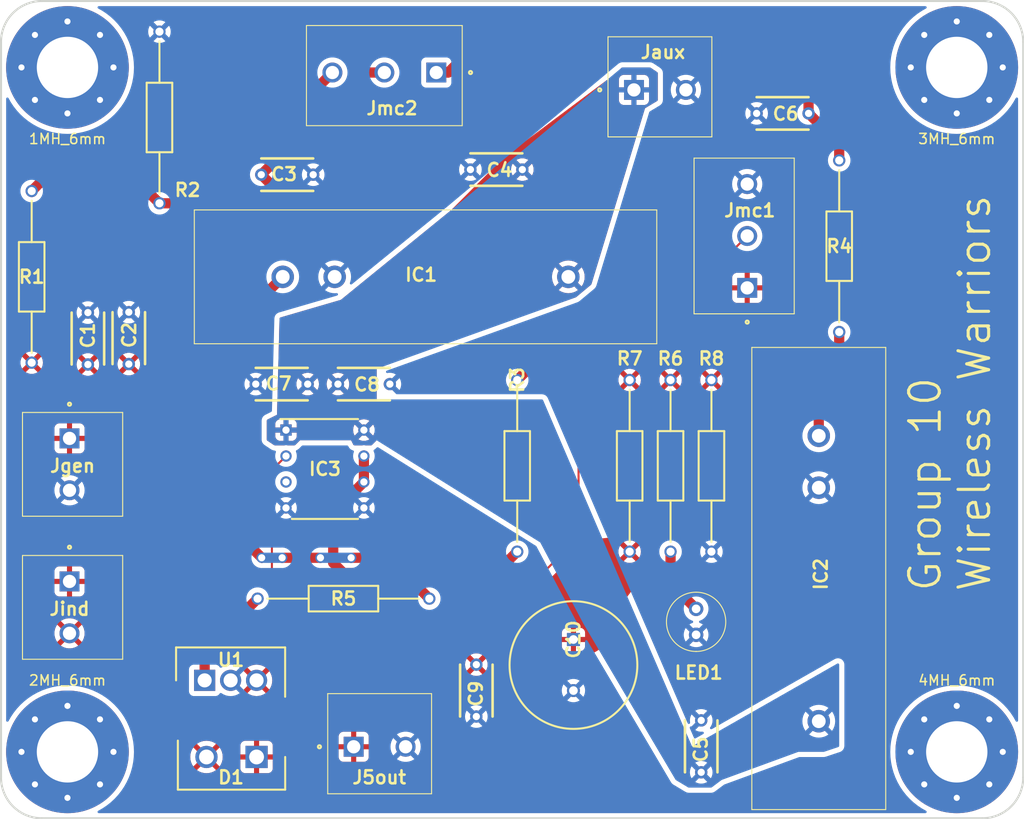
<source format=kicad_pcb>
(kicad_pcb (version 20240108) (generator "pcbnew") (generator_version "8.0")
  (title_block (title "DC to DC Buck Boost Converter") (date "2024-05-16") (company "CBL Team 10") (comment 1 "Created By: Daniel Tyukov") (comment 2 "Max Size 100x80 mm"))
  (layers (0 "F.Cu" signal) (31 "B.Cu" signal) (34 "B.Paste" user) (35 "F.Paste" user) (36 "B.SilkS" user "B.Silkscreen") (37 "F.SilkS" user "F.Silkscreen") (38 "B.Mask" user) (39 "F.Mask" user) (44 "Edge.Cuts" user))
  (net 0 "")
  (net 1 "Net-(C1-Pad2)")
  (net 2 "GND")
  (net 3 "Net-(IC1-POS)")
  (net 4 "Net-(C10-+)")
  (net 5 "Net-(D1-A)")
  (net 6 "Net-(IC1-M)")
  (net 7 "Net-(IC3-N_OUT)")
  (net 8 "Net-(IC3-IN)")
  (net 10 "Net-(LED1-A)")
  (net 11 "Net-(U1-GATE)")
  (net 12 "Net-(C3-Pad1)")
  (net 13 "Net-(C6-Pad1)")
  (net 14 "Net-(Jmc1-Pad1)")
  (net 15 "Net-(Jmc2-Pad3)")
  (net 16 "Net-(IC2-M)")
  (footprint "EL7104CNZ(voltage regulator):DIP762W51P254L952H533Q8N" (layer "F.Cu") (at 131.69 95.81)
    (property "Reference" "IC3" (at 0 0 0) (layer "F.SilkS") (effects (font (size 1.27 1.27) (thickness 0.254))))
    (property "Value" "EL7104CNZ" (hide yes))
    (fp_line (start -4.364 -4.89) (end 3.238 -4.89) (stroke (width 0.2)) (layer "F.SilkS"))
    (fp_line (start -3.238 4.89) (end 3.238 4.89) (stroke (width 0.2)) (layer "F.SilkS"))
    (pad "1" thru_hole rect (at -3.81 -3.81) (size 1.108 1.108) (drill 0.708) (layers "*.Cu" "*.Mask") (net 3 "Net-(IC1-POS)"))
    (pad "2" thru_hole circle (at -3.81 -1.27) (size 1.108 1.108) (drill 0.708) (layers "*.Cu" "*.Mask") (net 8 "Net-(IC3-IN)"))
    (pad "3" thru_hole circle (at -3.81 1.27) (size 1.108 1.108) (drill 0.708) (layers "*.Cu" "*.Mask"))
    (pad "4" thru_hole circle (at -3.81 3.81) (size 1.108 1.108) (drill 0.708) (layers "*.Cu" "*.Mask") (net 2 "GND"))
    (pad "5" thru_hole circle (at 3.81 3.81) (size 1.108 1.108) (drill 0.708) (layers "*.Cu" "*.Mask") (net 2 "GND"))
    (pad "6" thru_hole circle (at 3.81 1.27) (size 1.108 1.108) (drill 0.708) (layers "*.Cu" "*.Mask") (net 7 "Net-(IC3-N_OUT)"))
    (pad "7" thru_hole circle (at 3.81 -1.27) (size 1.108 1.108) (drill 0.708) (layers "*.Cu" "*.Mask") (net 7 "Net-(IC3-N_OUT)"))
    (pad "8" thru_hole circle (at 3.81 -3.81) (size 1.108 1.108) (drill 0.708) (layers "*.Cu" "*.Mask") (net 3 "Net-(IC1-POS)"))
  )
  (footprint "C322C104K5R5TA(decoup capacitor):C322" (layer "F.Cu") (at 128 67)
    (property "Reference" "C3" (at -0.3 -0.044 0) (layer "F.SilkS") (effects (font (size 1.27 1.27) (thickness 0.254))))
    (property "Value" "0.1uF" (hide yes))
    (fp_line (start -2.54 -1.59) (end 2.54 -1.59) (stroke (width 0.254)) (layer "F.SilkS"))
    (fp_line (start -2.54 1.59) (end 2.54 1.59) (stroke (width 0.254)) (layer "F.SilkS"))
    (pad "1" thru_hole circle (at -2.54 0) (size 1.21 1.21) (drill 0.71) (layers "*.Cu" "*.Mask") (net 12 "Net-(C3-Pad1)"))
    (pad "2" thru_hole circle (at 2.54 0) (size 1.21 1.21) (drill 0.71) (layers "*.Cu" "*.Mask") (net 2 "GND"))
  )
  (footprint "1715734(screw connector):1715734" (layer "F.Cu") (at 142.58 57 180)
    (property "Reference" "Jmc2" (at 4.33 -3.5 180) (layer "F.SilkS") (effects (font (size 1.27 1.27) (thickness 0.254))))
    (property "Value" "1715734" (hide yes))
    (fp_line (start 12.7 4.6) (end -2.54 4.6) (stroke (width 0.1)) (layer "F.SilkS"))
    (fp_line (start 12.7 -5.2) (end 12.7 4.6) (stroke (width 0.1)) (layer "F.SilkS"))
    (fp_line (start -2.54 4.6) (end -2.54 -5.2) (stroke (width 0.1)) (layer "F.SilkS"))
    (fp_line (start -2.54 -5.2) (end 12.7 -5.2) (stroke (width 0.1)) (layer "F.SilkS"))
    (fp_circle (center -3.35 0) (end -3.35 0.05) (stroke (width 0.2)) (fill none) (layer "F.SilkS"))
    (pad "1" thru_hole rect (at 0 0 180) (size 1.95 1.95) (drill 1.3) (layers "*.Cu" "*.Mask") (net 13 "Net-(C6-Pad1)"))
    (pad "2" thru_hole circle (at 5.08 0 180) (size 1.95 1.95) (drill 1.3) (layers "*.Cu" "*.Mask") (net 12 "Net-(C3-Pad1)"))
    (pad "3" thru_hole circle (at 10.16 0 180) (size 1.95 1.95) (drill 1.3) (layers "*.Cu" "*.Mask") (net 15 "Net-(Jmc2-Pad3)"))
  )
  (footprint "MF25_100R(resistor):RESAD1680W59L680D250" (layer "F.Cu") (at 182 65.6 -90)
    (property "Reference" "R4" (at 8.4 0 180) (layer "F.SilkS") (effects (font (size 1.27 1.27) (thickness 0.254))))
    (property "Value" "100" (hide yes))
    (fp_line (start 5 1.25) (end 5 -1.25) (stroke (width 0.2)) (layer "F.SilkS"))
    (fp_line (start 11.8 1.25) (end 5 1.25) (stroke (width 0.2)) (layer "F.SilkS"))
    (fp_line (start 0.95 0) (end 5 0) (stroke (width 0.2)) (layer "F.SilkS"))
    (fp_line (start 11.8 0) (end 15.85 0) (stroke (width 0.2)) (layer "F.SilkS"))
    (fp_line (start 5 -1.25) (end 11.8 -1.25) (stroke (width 0.2)) (layer "F.SilkS"))
    (fp_line (start 11.8 -1.25) (end 11.8 1.25) (stroke (width 0.2)) (layer "F.SilkS"))
    (pad "1" thru_hole circle (at 0 0 270) (size 1.2 1.2) (drill 0.8) (layers "*.Cu" "*.Mask") (net 13 "Net-(C6-Pad1)"))
    (pad "2" thru_hole circle (at 16.8 0 270) (size 1.2 1.2) (drill 0.8) (layers "*.Cu" "*.Mask") (net 16 "Net-(IC2-M)"))
  )
  (footprint "MF25_10R(resistor):RESAD1680W59L680D250" (layer "F.Cu") (at 141.9 108.5 180)
    (property "Reference" "R5" (at 8.4 0 180) (layer "F.SilkS") (effects (font (size 1.27 1.27) (thickness 0.254))))
    (property "Value" "10" (hide yes))
    (fp_line (start 11.8 1.25) (end 5 1.25) (stroke (width 0.2)) (layer "F.SilkS"))
    (fp_line (start 11.8 0) (end 15.85 0) (stroke (width 0.2)) (layer "F.SilkS"))
    (fp_line (start 11.8 -1.25) (end 11.8 1.25) (stroke (width 0.2)) (layer "F.SilkS"))
    (fp_line (start 5 1.25) (end 5 -1.25) (stroke (width 0.2)) (layer "F.SilkS"))
    (fp_line (start 5 -1.25) (end 11.8 -1.25) (stroke (width 0.2)) (layer "F.SilkS"))
    (fp_line (start 0.95 0) (end 5 0) (stroke (width 0.2)) (layer "F.SilkS"))
    (pad "1" thru_hole circle (at 0 0 180) (size 1.2 1.2) (drill 0.8) (layers "*.Cu" "*.Mask") (net 7 "Net-(IC3-N_OUT)"))
    (pad "2" thru_hole circle (at 16.8 0 180) (size 1.2 1.2) (drill 0.8) (layers "*.Cu" "*.Mask") (net 11 "Net-(U1-GATE)"))
  )
  (footprint "1715721(screw connector):1715721" (layer "F.Cu") (at 161.92 58.7)
    (property "Reference" "Jaux" (at 2.83 -3.7 0) (layer "F.SilkS") (effects (font (size 1.27 1.27) (thickness 0.254))))
    (property "Value" "Jaux" (hide yes))
    (fp_line (start -2.54 -5.2) (end 7.62 -5.2) (stroke (width 0.1)) (layer "F.SilkS"))
    (fp_line (start -2.54 4.6) (end -2.54 -5.2) (stroke (width 0.1)) (layer "F.SilkS"))
    (fp_line (start 7.62 -5.2) (end 7.62 4.6) (stroke (width 0.1)) (layer "F.SilkS"))
    (fp_line (start 7.62 4.6) (end -2.54 4.6) (stroke (width 0.1)) (layer "F.SilkS"))
    (fp_circle (center -3.35 0) (end -3.35 0.05) (stroke (width 0.2)) (fill none) (layer "F.SilkS"))
    (pad "1" thru_hole rect (at 0 0) (size 1.95 1.95) (drill 1.3) (layers "*.Cu" "*.Mask") (net 3 "Net-(IC1-POS)"))
    (pad "2" thru_hole circle (at 5.08 0) (size 1.95 1.95) (drill 1.3) (layers "*.Cu" "*.Mask") (net 2 "GND"))
  )
  (footprint "1715734(screw connector):1715734" (layer "F.Cu") (at 173 78.08 90)
    (property "Reference" "Jmc1" (at 7.58 0.25 0) (layer "F.SilkS") (effects (font (size 1.27 1.27) (thickness 0.254))))
    (property "Value" "1715734" (hide yes))
    (fp_line (start 12.7 -5.2) (end 12.7 4.6) (stroke (width 0.1)) (layer "F.SilkS"))
    (fp_line (start -2.54 -5.2) (end 12.7 -5.2) (stroke (width 0.1)) (layer "F.SilkS"))
    (fp_line (start 12.7 4.6) (end -2.54 4.6) (stroke (width 0.1)) (layer "F.SilkS"))
    (fp_line (start -2.54 4.6) (end -2.54 -5.2) (stroke (width 0.1)) (layer "F.SilkS"))
    (fp_circle (center -3.35 0) (end -3.35 0.05) (stroke (width 0.2)) (fill none) (layer "F.SilkS"))
    (pad "1" thru_hole rect (at 0 0 90) (size 1.95 1.95) (drill 1.3) (layers "*.Cu" "*.Mask") (net 14 "Net-(Jmc1-Pad1)"))
    (pad "2" thru_hole circle (at 5.08 0 90) (size 1.95 1.95) (drill 1.3) (layers "*.Cu" "*.Mask") (net 8 "Net-(IC3-IN)"))
    (pad "3" thru_hole circle (at 10.16 0 90) (size 1.95 1.95) (drill 1.3) (layers "*.Cu" "*.Mask") (net 2 "GND"))
  )
  (footprint "MF25_1K(resistor):RESAD1680W59L680D250" (layer "F.Cu") (at 169.5 103.9 90)
    (property "Reference" "R8" (at 18.9 0 0) (layer "F.SilkS") (effects (font (size 1.27 1.27) (thickness 0.254))))
    (property "Value" "1K" (hide yes))
    (fp_line (start 11.8 -1.25) (end 11.8 1.25) (stroke (width 0.2)) (layer "F.SilkS"))
    (fp_line (start 5 -1.25) (end 11.8 -1.25) (stroke (width 0.2)) (layer "F.SilkS"))
    (fp_line (start 11.8 0) (end 15.85 0) (stroke (width 0.2)) (layer "F.SilkS"))
    (fp_line (start 0.95 0) (end 5 0) (stroke (width 0.2)) (layer "F.SilkS"))
    (fp_line (start 11.8 1.25) (end 5 1.25) (stroke (width 0.2)) (layer "F.SilkS"))
    (fp_line (start 5 1.25) (end 5 -1.25) (stroke (width 0.2)) (layer "F.SilkS"))
    (pad "1" thru_hole circle (at 0 0 90) (size 1.2 1.2) (drill 0.8) (layers "*.Cu" "*.Mask") (net 2 "GND"))
    (pad "2" thru_hole circle (at 16.8 0 90) (size 1.2 1.2) (drill 0.8) (layers "*.Cu" "*.Mask") (net 14 "Net-(Jmc1-Pad1)"))
  )
  (footprint "MF25_100R(resistor):RESAD1680W59L680D250" (layer "F.Cu") (at 150.5 87.1 -90)
    (property "Reference" "R3" (at 0 0 90) (layer "F.SilkS") (effects (font (size 1.27 1.27) (thickness 0.254))))
    (property "Value" "100" (hide yes))
    (fp_line (start 5 1.25) (end 5 -1.25) (stroke (width 0.2)) (layer "F.SilkS"))
    (fp_line (start 11.8 1.25) (end 5 1.25) (stroke (width 0.2)) (layer "F.SilkS"))
    (fp_line (start 0.95 0) (end 5 0) (stroke (width 0.2)) (layer "F.SilkS"))
    (fp_line (start 11.8 0) (end 15.85 0) (stroke (width 0.2)) (layer "F.SilkS"))
    (fp_line (start 5 -1.25) (end 11.8 -1.25) (stroke (width 0.2)) (layer "F.SilkS"))
    (fp_line (start 11.8 -1.25) (end 11.8 1.25) (stroke (width 0.2)) (layer "F.SilkS"))
    (pad "1" thru_hole circle (at 0 0 270) (size 1.2 1.2) (drill 0.8) (layers "*.Cu" "*.Mask") (net 12 "Net-(C3-Pad1)"))
    (pad "2" thru_hole circle (at 16.8 0 270) (size 1.2 1.2) (drill 0.8) (layers "*.Cu" "*.Mask") (net 6 "Net-(IC1-M)"))
  )
  (footprint "MBR10100+(diode):TO490P480X1000X2110-2P" (layer "F.Cu") (at 125 124 180)
    (property "Reference" "D1" (at 2.5 -2 180) (layer "F.SilkS") (effects (font (size 1.27 1.27) (thickness 0.254))))
    (property "Value" "MBR10100+" (hide yes))
    (fp_line (start 7.7 1.6) (end 7.7 -3.2) (stroke (width 0.2)) (layer "F.SilkS"))
    (fp_line (start 7.7 -3.2) (end -2.8 -3.2) (stroke (width 0.2)) (layer "F.SilkS"))
    (fp_line (start -2.8 -3.2) (end -2.8 0) (stroke (width 0.2)) (layer "F.SilkS"))
    (pad "1" thru_hole rect (at 0 0 180) (size 2.175 2.175) (drill 1.45) (layers "*.Cu" "*.Mask") (net 4 "Net-(C10-+)"))
    (pad "2" thru_hole circle (at 4.9 0 180) (size 2.175 2.175) (drill 1.45) (layers "*.Cu" "*.Mask") (net 5 "Net-(D1-A)"))
  )
  (footprint "1715721(screw connector):1715721" (layer "F.Cu") (at 106.7 106.815 -90)
    (property "Reference" "Jind" (at 2.685 0 180) (layer "F.SilkS") (effects (font (size 1.27 1.27) (thickness 0.254))))
    (property "Value" "Jind" (hide yes))
    (fp_line (start -2.54 4.6) (end -2.54 -5.2) (stroke (width 0.1)) (layer "F.SilkS"))
    (fp_line (start 7.62 4.6) (end -2.54 4.6) (stroke (width 0.1)) (layer "F.SilkS"))
    (fp_line (start -2.54 -5.2) (end 7.62 -5.2) (stroke (width 0.1)) (layer "F.SilkS"))
    (fp_line (start 7.62 -5.2) (end 7.62 4.6) (stroke (width 0.1)) (layer "F.SilkS"))
    (fp_circle (center -3.35 0) (end -3.35 0.05) (stroke (width 0.2)) (fill none) (layer "F.SilkS"))
    (pad "1" thru_hole rect (at 0 0 270) (size 1.95 1.95) (drill 1.3) (layers "*.Cu" "*.Mask") (net 1 "Net-(C1-Pad2)"))
    (pad "2" thru_hole circle (at 5.08 0 270) (size 1.95 1.95) (drill 1.3) (layers "*.Cu" "*.Mask") (net 5 "Net-(D1-A)"))
  )
  (footprint "MF25_1K(resistor):RESAD1680W59L680D250" (layer "F.Cu") (at 115.5 53 -90)
    (property "Reference" "R2" (at 15.5 -2.75 180) (layer "F.SilkS") (effects (font (size 1.27 1.27) (thickness 0.254))))
    (property "Value" "1K" (hide yes))
    (fp_line (start 5 1.25) (end 5 -1.25) (stroke (width 0.2)) (layer "F.SilkS"))
    (fp_line (start 11.8 1.25) (end 5 1.25) (stroke (width 0.2)) (layer "F.SilkS"))
    (fp_line (start 0.95 0) (end 5 0) (stroke (width 0.2)) (layer "F.SilkS"))
    (fp_line (start 11.8 0) (end 15.85 0) (stroke (width 0.2)) (layer "F.SilkS"))
    (fp_line (start 5 -1.25) (end 11.8 -1.25) (stroke (width 0.2)) (layer "F.SilkS"))
    (fp_line (start 11.8 -1.25) (end 11.8 1.25) (stroke (width 0.2)) (layer "F.SilkS"))
    (pad "1" thru_hole circle (at 0 0 270) (size 1.2 1.2) (drill 0.8) (layers "*.Cu" "*.Mask") (net 2 "GND"))
    (pad "2" thru_hole circle (at 16.8 0 270) (size 1.2 1.2) (drill 0.8) (layers "*.Cu" "*.Mask") (net 15 "Net-(Jmc2-Pad3)"))
  )
  (footprint "C322C104K5R5TA(decoup capacitor):C322" (layer "F.Cu") (at 148.46 66.5 180)
    (property "Reference" "C4" (at -0.3 -0.044 180) (layer "F.SilkS") (effects (font (size 1.27 1.27) (thickness 0.254))))
    (property "Value" "0.1uF" (hide yes))
    (fp_line (start -2.54 1.59) (end 2.54 1.59) (stroke (width 0.254)) (layer "F.SilkS"))
    (fp_line (start -2.54 -1.59) (end 2.54 -1.59) (stroke (width 0.254)) (layer "F.SilkS"))
    (pad "1" thru_hole circle (at -2.54 0 180) (size 1.21 1.21) (drill 0.71) (layers "*.Cu" "*.Mask") (net 3 "Net-(IC1-POS)"))
    (pad "2" thru_hole circle (at 2.54 0 180) (size 1.21 1.21) (drill 0.71) (layers "*.Cu" "*.Mask") (net 2 "GND"))
  )
  (footprint "EEUFC1J221S(capacitor):CAPPRD500W65D1250H2200" (layer "F.Cu") (at 156 112.5 -90)
    (property "Reference" "C10" (at 0 0 90) (layer "F.SilkS") (effects (font (size 1.27 1.27) (thickness 0.254))))
    (property "Value" "220uF" (hide yes))
    (fp_circle (center 2.5 0) (end 2.5 6.25) (stroke (width 0.2)) (fill none) (layer "F.SilkS"))
    (pad "1" thru_hole rect (at 0 0 270) (size 1.275 1.275) (drill 0.85) (layers "*.Cu" "*.Mask") (net 4 "Net-(C10-+)"))
    (pad "2" thru_hole circle (at 5 0 270) (size 1.275 1.275) (drill 0.85) (layers "*.Cu" "*.Mask") (net 2 "GND"))
  )
  (footprint "C322C104K5R5TA(decoup capacitor):C322" (layer "F.Cu") (at 127.46 87.5)
    (property "Reference" "C7" (at -0.3 -0.044 0) (layer "F.SilkS") (effects (font (size 1.27 1.27) (thickness 0.254))))
    (property "Value" "0.1uF" (hide yes))
    (fp_line (start -2.54 -1.59) (end 2.54 -1.59) (stroke (width 0.254)) (layer "F.SilkS"))
    (fp_line (start -2.54 1.59) (end 2.54 1.59) (stroke (width 0.254)) (layer "F.SilkS"))
    (pad "1" thru_hole circle (at -2.54 0) (size 1.21 1.21) (drill 0.71) (layers "*.Cu" "*.Mask") (net 2 "GND"))
    (pad "2" thru_hole circle (at 2.54 0) (size 1.21 1.21) (drill 0.71) (layers "*.Cu" "*.Mask") (net 3 "Net-(IC1-POS)"))
  )
  (footprint "MF25_20K(resistor):RESAD1680W59L680D250" (layer "F.Cu") (at 103 68.6 -90)
    (property "Reference" "R1" (at 8.4 0 180) (layer "F.SilkS") (effects (font (size 1.27 1.27) (thickness 0.254))))
    (property "Value" "20K" (hide yes))
    (fp_line (start 5 1.25) (end 5 -1.25) (stroke (width 0.2)) (layer "F.SilkS"))
    (fp_line (start 11.8 1.25) (end 5 1.25) (stroke (width 0.2)) (layer "F.SilkS"))
    (fp_line (start 0.95 0) (end 5 0) (stroke (width 0.2)) (layer "F.SilkS"))
    (fp_line (start 11.8 0) (end 15.85 0) (stroke (width 0.2)) (layer "F.SilkS"))
    (fp_line (start 5 -1.25) (end 11.8 -1.25) (stroke (width 0.2)) (layer "F.SilkS"))
    (fp_line (start 11.8 -1.25) (end 11.8 1.25) (stroke (width 0.2)) (layer "F.SilkS"))
    (pad "1" thru_hole circle (at 0 0 270) (size 1.2 1.2) (drill 0.8) (layers "*.Cu" "*.Mask") (net 15 "Net-(Jmc2-Pad3)"))
    (pad "2" thru_hole circle (at 16.8 0 270) (size 1.2 1.2) (drill 0.8) (layers "*.Cu" "*.Mask") (net 1 "Net-(C1-Pad2)"))
  )
  (footprint "IRF640NPBF(mosfet):TO254P483X1016X1994-3P" (layer "F.Cu") (at 119.92 116.5)
    (property "Reference" "U1" (at 2.58 -2 0) (layer "F.SilkS") (effects (font (size 1.27 1.27) (thickness 0.254))))
    (property "Value" "IRF640NPBF" (hide yes))
    (fp_line (start -2.795 -3.225) (end -2.795 0) (stroke (width 0.2)) (layer "F.SilkS"))
    (fp_line (start 7.875 -3.225) (end -2.795 -3.225) (stroke (width 0.2)) (layer "F.SilkS"))
    (fp_line (start 7.875 1.605) (end 7.875 -3.225) (stroke (width 0.2)) (layer "F.SilkS"))
    (pad "1" thru_hole rect (at 0 0) (size 2.07 2.07) (drill 1.38) (layers "*.Cu" "*.Mask") (net 11 "Net-(U1-GATE)"))
    (pad "2" thru_hole circle (at 2.54 0) (size 2.07 2.07) (drill 1.38) (layers "*.Cu" "*.Mask") (net 2 "GND"))
    (pad "3" thru_hole circle (at 5.08 0) (size 2.07 2.07) (drill 1.38) (layers "*.Cu" "*.Mask") (net 5 "Net-(D1-A)"))
  )
  (footprint "MF25_10R(resistor):RESAD1680W59L680D250" (layer "F.Cu") (at 165.5 87.1 -90)
    (property "Reference" "R6" (at -2.1 0 180) (layer "F.SilkS") (effects (font (size 1.27 1.27) (thickness 0.254))))
    (property "Value" "10" (hide yes))
    (fp_line (start 5 1.25) (end 5 -1.25) (stroke (width 0.2)) (layer "F.SilkS"))
    (fp_line (start 11.8 1.25) (end 5 1.25) (stroke (width 0.2)) (layer "F.SilkS"))
    (fp_line (start 0.95 0) (end 5 0) (stroke (width 0.2)) (layer "F.SilkS"))
    (fp_line (start 11.8 0) (end 15.85 0) (stroke (width 0.2)) (layer "F.SilkS"))
    (fp_line (start 5 -1.25) (end 11.8 -1.25) (stroke (width 0.2)) (layer "F.SilkS"))
    (fp_line (start 11.8 -1.25) (end 11.8 1.25) (stroke (width 0.2)) (layer "F.SilkS"))
    (pad "1" thru_hole circle (at 0 0 270) (size 1.2 1.2) (drill 0.8) (layers "*.Cu" "*.Mask") (net 14 "Net-(Jmc1-Pad1)"))
    (pad "2" thru_hole circle (at 16.8 0 270) (size 1.2 1.2) (drill 0.8) (layers "*.Cu" "*.Mask") (net 10 "Net-(LED1-A)"))
  )
  (footprint "C322C104K5R5TA(decoup capacitor):C322" (layer "F.Cu") (at 135.5 87.5 180)
    (property "Reference" "C8" (at -0.3 -0.044 180) (layer "F.SilkS") (effects (font (size 1.27 1.27) (thickness 0.254))))
    (property "Value" "0.1uF" (hide yes))
    (fp_line (start -2.54 1.59) (end 2.54 1.59) (stroke (width 0.254)) (layer "F.SilkS"))
    (fp_line (start -2.54 -1.59) (end 2.54 -1.59) (stroke (width 0.254)) (layer "F.SilkS"))
    (pad "1" thru_hole circle (at -2.54 0 180) (size 1.21 1.21) (drill 0.71) (layers "*.Cu" "*.Mask") (net 2 "GND"))
    (pad "2" thru_hole circle (at 2.54 0 180) (size 1.21 1.21) (drill 0.71) (layers "*.Cu" "*.Mask") (net 3 "Net-(IC1-POS)"))
  )
  (footprint "C322C104K5R5TA(decoup capacitor):C322" (layer "F.Cu") (at 112.5 83 -90)
    (property "Reference" "C2" (at -0.3 -0.044 90) (layer "F.SilkS") (effects (font (size 1.27 1.27) (thickness 0.254))))
    (property "Value" "0.1uF" (hide yes))
    (fp_line (start -2.54 1.59) (end 2.54 1.59) (stroke (width 0.254)) (layer "F.SilkS"))
    (fp_line (start -2.54 -1.59) (end 2.54 -1.59) (stroke (width 0.254)) (layer "F.SilkS"))
    (pad "1" thru_hole circle (at -2.54 0 270) (size 1.21 1.21) (drill 0.71) (layers "*.Cu" "*.Mask") (net 2 "GND"))
    (pad "2" thru_hole circle (at 2.54 0 270) (size 1.21 1.21) (drill 0.71) (layers "*.Cu" "*.Mask") (net 1 "Net-(C1-Pad2)"))
  )
  (footprint "C322C104K5R5TA(decoup capacitor):C322" (layer "F.Cu") (at 108.5 83.04 -90)
    (property "Reference" "C1" (at -0.3 0 90) (layer "F.SilkS") (effects (font (size 1.27 1.27) (thickness 0.254))))
    (property "Value" "0.1uF" (hide yes))
    (fp_line (start -2.54 1.59) (end 2.54 1.59) (stroke (width 0.254)) (layer "F.SilkS"))
    (fp_line (start -2.54 -1.59) (end 2.54 -1.59) (stroke (width 0.254)) (layer "F.SilkS"))
    (pad "1" thru_hole circle (at -2.54 0 270) (size 1.21 1.21) (drill 0.71) (layers "*.Cu" "*.Mask") (net 2 "GND"))
    (pad "2" thru_hole circle (at 2.54 0 270) (size 1.21 1.21) (drill 0.71) (layers "*.Cu" "*.Mask") (net 1 "Net-(C1-Pad2)"))
  )
  (footprint "1715721(screw connector):1715721" (layer "F.Cu") (at 134.5 123)
    (property "Reference" "J5out" (at 2.5 3 0) (layer "F.SilkS") (effects (font (size 1.27 1.27) (thickness 0.254))))
    (property "Value" "Jout +50V" (hide yes))
    (fp_line (start -2.54 -5.2) (end 7.62 -5.2) (stroke (width 0.1)) (layer "F.SilkS"))
    (fp_line (start -2.54 4.6) (end -2.54 -5.2) (stroke (width 0.1)) (layer "F.SilkS"))
    (fp_line (start 7.62 -5.2) (end 7.62 4.6) (stroke (width 0.1)) (layer "F.SilkS"))
    (fp_line (start 7.62 4.6) (end -2.54 4.6) (stroke (width 0.1)) (layer "F.SilkS"))
    (fp_circle (center -3.35 0) (end -3.35 0.05) (stroke (width 0.2)) (fill none) (layer "F.SilkS"))
    (pad "1" thru_hole rect (at 0 0) (size 1.95 1.95) (drill 1.3) (layers "*.Cu" "*.Mask") (net 4 "Net-(C10-+)"))
    (pad "2" thru_hole circle (at 5.08 0) (size 1.95 1.95) (drill 1.3) (layers "*.Cu" "*.Mask") (net 2 "GND"))
  )
  (footprint "C322C104K5R5TA(decoup capacitor):C322" (layer "F.Cu") (at 176.46 61 180)
    (property "Reference" "C6" (at -0.3 -0.044 180) (layer "F.SilkS") (effects (font (size 1.27 1.27) (thickness 0.254))))
    (property "Value" "0.1uF" (hide yes))
    (fp_line (start -2.54 1.59) (end 2.54 1.59) (stroke (width 0.254)) (layer "F.SilkS"))
    (fp_line (start -2.54 -1.59) (end 2.54 -1.59) (stroke (width 0.254)) (layer "F.SilkS"))
    (pad "1" thru_hole circle (at -2.54 0 180) (size 1.21 1.21) (drill 0.71) (layers "*.Cu" "*.Mask") (net 13 "Net-(C6-Pad1)"))
    (pad "2" thru_hole circle (at 2.54 0 180) (size 1.21 1.21) (drill 0.71) (layers "*.Cu" "*.Mask") (net 2 "GND"))
  )
  (footprint "LA_55-P(current detector):LA55-P" (layer "F.Cu") (at 180 120.5 -90)
    (property "Reference" "IC2" (at -14.4 -0.2 90) (layer "F.SilkS") (effects (font (size 1.27 1.27) (thickness 0.254))))
    (property "Value" "LA_55-P" (hide yes))
    (fp_line (start -36.59 6.55) (end -36.59 -6.55) (stroke (width 0.1)) (layer "F.SilkS"))
    (fp_line (start 8.65 6.55) (end -36.59 6.55) (stroke (width 0.1)) (layer "F.SilkS"))
    (fp_line (start -36.59 -6.55) (end 8.65 -6.55) (stroke (width 0.1)) (layer "F.SilkS"))
    (fp_line (start 8.65 -6.55) (end 8.65 6.55) (stroke (width 0.1)) (layer "F.SilkS"))
    (pad "1" thru_hole circle (at -27.94 0 270) (size 2.2 2.2) (drill 1.35) (layers "*.Cu" "*.Mask") (net 16 "Net-(IC2-M)"))
    (pad "2" thru_hole circle (at -22.86 0 270) (size 2.2 2.2) (drill 1.35) (layers "*.Cu" "*.Mask") (net 2 "GND"))
    (pad "3" thru_hole circle (at 0 0 270) (size 2.2 2.2) (drill 1.35) (layers "*.Cu" "*.Mask") (net 3 "Net-(IC1-POS)"))
  )
  (footprint "MountingHole:MountingHole_6mm_Pad_Via" (layer "F.Cu") (at 193.5 56.500019)
    (property "Reference" "3MH_6mm" (at 0 6.999981 0) (layer "F.SilkS"))
    (property "Value" "MH_6mm")
    (pad "1" thru_hole circle (at -4.5 0) (size 0.9 0.9) (drill 0.6) (layers "*.Cu" "*.Mask"))
    (pad "1" thru_hole circle (at -3.181981 -3.181981) (size 0.9 0.9) (drill 0.6) (layers "*.Cu" "*.Mask"))
    (pad "1" thru_hole circle (at -3.181981 3.181981) (size 0.9 0.9) (drill 0.6) (layers "*.Cu" "*.Mask"))
    (pad "1" thru_hole circle (at 0 -4.5) (size 0.9 0.9) (drill 0.6) (layers "*.Cu" "*.Mask"))
    (pad "1" thru_hole circle (at 0 0) (size 12 12) (drill 6) (layers "*.Cu" "*.Mask"))
    (pad "1" thru_hole circle (at 0 4.5) (size 0.9 0.9) (drill 0.6) (layers "*.Cu" "*.Mask"))
    (pad "1" thru_hole circle (at 3.181981 -3.181981) (size 0.9 0.9) (drill 0.6) (layers "*.Cu" "*.Mask"))
    (pad "1" thru_hole circle (at 3.181981 3.181981) (size 0.9 0.9) (drill 0.6) (layers "*.Cu" "*.Mask"))
    (pad "1" thru_hole circle (at 4.5 0) (size 0.9 0.9) (drill 0.6) (layers "*.Cu" "*.Mask"))
  )
  (footprint "LA_55-P(current detector):LA55-P" (layer "F.Cu") (at 155.5 77)
    (property "Reference" "IC1" (at -14.4 -0.2 0) (layer "F.SilkS") (effects (font (size 1.27 1.27) (thickness 0.254))))
    (property "Value" "LA_55-P" (hide yes))
    (fp_line (start -36.59 -6.55) (end 8.65 -6.55) (stroke (width 0.1)) (layer "F.SilkS"))
    (fp_line (start -36.59 6.55) (end -36.59 -6.55) (stroke (width 0.1)) (layer "F.SilkS"))
    (fp_line (start 8.65 -6.55) (end 8.65 6.55) (stroke (width 0.1)) (layer "F.SilkS"))
    (fp_line (start 8.65 6.55) (end -36.59 6.55) (stroke (width 0.1)) (layer "F.SilkS"))
    (pad "1" thru_hole circle (at -27.94 0) (size 2.2 2.2) (drill 1.35) (layers "*.Cu" "*.Mask") (net 6 "Net-(IC1-M)"))
    (pad "2" thru_hole circle (at -22.86 0) (size 2.2 2.2) (drill 1.35) (layers "*.Cu" "*.Mask") (net 2 "GND"))
    (pad "3" thru_hole circle (at 0 0) (size 2.2 2.2) (drill 1.35) (layers "*.Cu" "*.Mask") (net 3 "Net-(IC1-POS)"))
  )
  (footprint "MountingHole:MountingHole_6mm_Pad_Via" (layer "F.Cu") (at 106.5 56.500019)
    (property "Reference" "1MH_6mm" (at 0 6.999981 0) (layer "F.SilkS"))
    (property "Value" "MH_6mm")
    (pad "1" thru_hole circle (at -4.5 0) (size 0.9 0.9) (drill 0.6) (layers "*.Cu" "*.Mask"))
    (pad "1" thru_hole circle (at -3.181981 -3.181981) (size 0.9 0.9) (drill 0.6) (layers "*.Cu" "*.Mask"))
    (pad "1" thru_hole circle (at -3.181981 3.181981) (size 0.9 0.9) (drill 0.6) (layers "*.Cu" "*.Mask"))
    (pad "1" thru_hole circle (at 0 -4.5) (size 0.9 0.9) (drill 0.6) (layers "*.Cu" "*.Mask"))
    (pad "1" thru_hole circle (at 0 0) (size 12 12) (drill 6) (layers "*.Cu" "*.Mask"))
    (pad "1" thru_hole circle (at 0 4.5) (size 0.9 0.9) (drill 0.6) (layers "*.Cu" "*.Mask"))
    (pad "1" thru_hole circle (at 3.181981 -3.181981) (size 0.9 0.9) (drill 0.6) (layers "*.Cu" "*.Mask"))
    (pad "1" thru_hole circle (at 3.181981 3.181981) (size 0.9 0.9) (drill 0.6) (layers "*.Cu" "*.Mask"))
    (pad "1" thru_hole circle (at 4.5 0) (size 0.9 0.9) (drill 0.6) (layers "*.Cu" "*.Mask"))
  )
  (footprint "MountingHole:MountingHole_6mm_Pad_Via" (layer "F.Cu") (at 193.5 123.500019)
    (property "Reference" "4MH_6mm" (at 0 -7 0) (layer "F.SilkS"))
    (property "Value" "MH_6mm")
    (pad "1" thru_hole circle (at -4.5 0) (size 0.9 0.9) (drill 0.6) (layers "*.Cu" "*.Mask"))
    (pad "1" thru_hole circle (at -3.181981 -3.181981) (size 0.9 0.9) (drill 0.6) (layers "*.Cu" "*.Mask"))
    (pad "1" thru_hole circle (at -3.181981 3.181981) (size 0.9 0.9) (drill 0.6) (layers "*.Cu" "*.Mask"))
    (pad "1" thru_hole circle (at 0 -4.5) (size 0.9 0.9) (drill 0.6) (layers "*.Cu" "*.Mask"))
    (pad "1" thru_hole circle (at 0 0) (size 12 12) (drill 6) (layers "*.Cu" "*.Mask"))
    (pad "1" thru_hole circle (at 0 4.5) (size 0.9 0.9) (drill 0.6) (layers "*.Cu" "*.Mask"))
    (pad "1" thru_hole circle (at 3.181981 -3.181981) (size 0.9 0.9) (drill 0.6) (layers "*.Cu" "*.Mask"))
    (pad "1" thru_hole circle (at 3.181981 3.181981) (size 0.9 0.9) (drill 0.6) (layers "*.Cu" "*.Mask"))
    (pad "1" thru_hole circle (at 4.5 0) (size 0.9 0.9) (drill 0.6) (layers "*.Cu" "*.Mask"))
  )
  (footprint "MF25_20K(resistor):RESAD1680W59L680D250" (layer "F.Cu") (at 161.5 87.1 -90)
    (property "Reference" "R7" (at -2.1 0 180) (layer "F.SilkS") (effects (font (size 1.27 1.27) (thickness 0.254))))
    (property "Value" "20K" (hide yes))
    (fp_line (start 5 1.25) (end 5 -1.25) (stroke (width 0.2)) (layer "F.SilkS"))
    (fp_line (start 11.8 1.25) (end 5 1.25) (stroke (width 0.2)) (layer "F.SilkS"))
    (fp_line (start 0.95 0) (end 5 0) (stroke (width 0.2)) (layer "F.SilkS"))
    (fp_line (start 11.8 0) (end 15.85 0) (stroke (width 0.2)) (layer "F.SilkS"))
    (fp_line (start 5 -1.25) (end 11.8 -1.25) (stroke (width 0.2)) (layer "F.SilkS"))
    (fp_line (start 11.8 -1.25) (end 11.8 1.25) (stroke (width 0.2)) (layer "F.SilkS"))
    (pad "1" thru_hole circle (at 0 0 270) (size 1.2 1.2) (drill 0.8) (layers "*.Cu" "*.Mask") (net 14 "Net-(Jmc1-Pad1)"))
    (pad "2" thru_hole circle (at 16.8 0 270) (size 1.2 1.2) (drill 0.8) (layers "*.Cu" "*.Mask") (net 4 "Net-(C10-+)"))
  )
  (footprint "TLUR5400(led):TLUR5400" (layer "F.Cu") (at 168 109.5 -90)
    (property "Reference" "LED1" (at 6.25 -0.25 180) (layer "F.SilkS") (effects (font (size 1.27 1.27) (thickness 0.254))))
    (property "Value" "TLUR5400" (hide yes))
    (fp_line (start -1.63 0) (end -1.63 0) (stroke (width 0.1)) (layer "F.SilkS"))
    (fp_line (start 4.17 0) (end 4.17 0) (stroke (width 0.1)) (layer "F.SilkS"))
    (fp_arc (start -1.63 0) (mid 1.27 -2.9) (end 4.17 0) (stroke (width 0.1)) (layer "F.SilkS"))
    (fp_arc (start 4.17 0) (mid 1.27 2.9) (end -1.63 0) (stroke (width 0.1)) (layer "F.SilkS"))
    (pad "1" thru_hole circle (at 0 0 270) (size 1.416 1.416) (drill 0.85) (layers "*.Cu" "*.Mask") (net 10 "Net-(LED1-A)"))
    (pad "2" thru_hole circle (at 2.54 0 270) (size 1.416 1.416) (drill 0.85) (layers "*.Cu" "*.Mask") (net 2 "GND"))
  )
  (footprint "1715721(screw connector):1715721" (layer "F.Cu") (at 106.7 92.815 -90)
    (property "Reference" "Jgen" (at 2.685 -0.3 180) (layer "F.SilkS") (effects (font (size 1.27 1.27) (thickness 0.254))))
    (property "Value" "Jgen" (hide yes))
    (fp_line (start -2.54 4.6) (end -2.54 -5.2) (stroke (width 0.1)) (layer "F.SilkS"))
    (fp_line (start 7.62 4.6) (end -2.54 4.6) (stroke (width 0.1)) (layer "F.SilkS"))
    (fp_line (start -2.54 -5.2) (end 7.62 -5.2) (stroke (width 0.1)) (layer "F.SilkS"))
    (fp_line (start 7.62 -5.2) (end 7.62 4.6) (stroke (width 0.1)) (layer "F.SilkS"))
    (fp_circle (center -3.35 0) (end -3.35 0.05) (stroke (width 0.2)) (fill none) (layer "F.SilkS"))
    (pad "1" thru_hole rect (at 0 0 270) (size 1.95 1.95) (drill 1.3) (layers "*.Cu" "*.Mask") (net 1 "Net-(C1-Pad2)"))
    (pad "2" thru_hole circle (at 5.08 0 270) (size 1.95 1.95) (drill 1.3) (layers "*.Cu" "*.Mask") (net 2 "GND"))
  )
  (footprint "C322C104K5R5TA(decoup capacitor):C322" (layer "F.Cu") (at 168.5 122.96 90)
    (property "Reference" "C5" (at -0.3 -0.044 -90) (layer "F.SilkS") (effects (font (size 1.27 1.27) (thickness 0.254))))
    (property "Value" "0.1uF" (hide yes))
    (fp_line (start -2.54 -1.59) (end 2.54 -1.59) (stroke (width 0.254)) (layer "F.SilkS"))
    (fp_line (start -2.54 1.59) (end 2.54 1.59) (stroke (width 0.254)) (layer "F.SilkS"))
    (pad "1" thru_hole circle (at -2.54 0 90) (size 1.21 1.21) (drill 0.71) (layers "*.Cu" "*.Mask") (net 3 "Net-(IC1-POS)"))
    (pad "2" thru_hole circle (at 2.54 0 90) (size 1.21 1.21) (drill 0.71) (layers "*.Cu" "*.Mask") (net 2 "GND"))
  )
  (footprint "C322C104K5R5TA(decoup capacitor):C322" (layer "F.Cu") (at 146.5 117.5 90)
    (property "Reference" "C9" (at -0.3 -0.044 -90) (layer "F.SilkS") (effects (font (size 1.27 1.27) (thickness 0.254))))
    (property "Value" "0.1uF" (hide yes))
    (fp_line (start -2.54 -1.59) (end 2.54 -1.59) (stroke (width 0.254)) (layer "F.SilkS"))
    (fp_line (start -2.54 1.59) (end 2.54 1.59) (stroke (width 0.254)) (layer "F.SilkS"))
    (pad "1" thru_hole circle (at -2.54 0 90) (size 1.21 1.21) (drill 0.71) (layers "*.Cu" "*.Mask") (net 2 "GND"))
    (pad "2" thru_hole circle (at 2.54 0 90) (size 1.21 1.21) (drill 0.71) (layers "*.Cu" "*.Mask") (net 4 "Net-(C10-+)"))
  )
  (footprint "MountingHole:MountingHole_6mm_Pad_Via" (layer "F.Cu") (at 106.5 123.500019)
    (property "Reference" "2MH_6mm" (at 0 -7 0) (layer "F.SilkS"))
    (property "Value" "MH_6mm")
    (pad "1" thru_hole circle (at -4.5 0) (size 0.9 0.9) (drill 0.6) (layers "*.Cu" "*.Mask"))
    (pad "1" thru_hole circle (at -3.181981 -3.181981) (size 0.9 0.9) (drill 0.6) (layers "*.Cu" "*.Mask"))
    (pad "1" thru_hole circle (at -3.181981 3.181981) (size 0.9 0.9) (drill 0.6) (layers "*.Cu" "*.Mask"))
    (pad "1" thru_hole circle (at 0 -4.5) (size 0.9 0.9) (drill 0.6) (layers "*.Cu" "*.Mask"))
    (pad "1" thru_hole circle (at 0 0) (size 12 12) (drill 6) (layers "*.Cu" "*.Mask"))
    (pad "1" thru_hole circle (at 0 4.5) (size 0.9 0.9) (drill 0.6) (layers "*.Cu" "*.Mask"))
    (pad "1" thru_hole circle (at 3.181981 -3.181981) (size 0.9 0.9) (drill 0.6) (layers "*.Cu" "*.Mask"))
    (pad "1" thru_hole circle (at 3.181981 3.181981) (size 0.9 0.9) (drill 0.6) (layers "*.Cu" "*.Mask"))
    (pad "1" thru_hole circle (at 4.5 0) (size 0.9 0.9) (drill 0.6) (layers "*.Cu" "*.Mask"))
  )
  (gr_line (start 104 50.000019) (end 196 50.000019) (stroke (width 0.2)) (layer "Edge.Cuts"))
  (gr_line (start 100 126.000019) (end 100 54.000019) (stroke (width 0.2)) (layer "Edge.Cuts"))
  (gr_line (start 196 130.000019) (end 104 130.000019) (stroke (width 0.2)) (layer "Edge.Cuts"))
  (gr_arc (start 104 130.000019) (mid 101.171578 128.828441) (end 100 126.000019) (stroke (width 0.2)) (layer "Edge.Cuts"))
  (gr_line (start 200 54.000019) (end 200 126.000019) (stroke (width 0.2)) (layer "Edge.Cuts"))
  (gr_arc (start 200 126.000019) (mid 198.828419 128.828427) (end 196 130.000019) (stroke (width 0.2)) (layer "Edge.Cuts"))
  (gr_arc (start 100 54.000019) (mid 101.171565 51.171573) (end 104 50.000019) (stroke (width 0.2)) (layer "Edge.Cuts"))
  (gr_arc (start 196 50.000019) (mid 198.828433 51.171586) (end 200 54.000019) (stroke (width 0.2)) (layer "Edge.Cuts"))
  (gr_text "Group 10\nWireless Warriors" (at 197 108 90) (layer "F.SilkS") (effects (font (size 3 3) (thickness 0.3) (bold yes)) (justify left bottom)))
  (segment (start 141.25 104.5) (end 134.25 104.5) (width 1) (layer "F.Cu") (net 6))
  (segment (start 122.25 82.31) (end 127.56 77) (width 1) (layer "F.Cu") (net 6))
  (segment (start 150.5 103.9) (end 147.65 106.75) (width 1) (layer "F.Cu") (net 6))
  (segment (start 122.25 101.25) (end 122.25 82.31) (width 1) (layer "F.Cu") (net 6))
  (segment (start 142.75 106) (end 141.25 104.5) (width 1) (layer "F.Cu") (net 6))
  (segment (start 131.25 104.5) (end 127.5 104.5) (width 1) (layer "F.Cu") (net 6))
  (segment (start 125.5 104.5) (end 122.25 101.25) (width 1) (layer "F.Cu") (net 6))
  (segment (start 143.5 106.75) (end 142.75 106) (width 1) (layer "F.Cu") (net 6))
  (segment (start 147.65 106.75) (end 143.5 106.75) (width 1) (layer "F.Cu") (net 6))
  (via (at 127.5 104.5) (size 1) (drill 0.7) (layers "F.Cu" "B.Cu") (net 6))
  (via (at 134.25 104.5) (size 1) (drill 0.7) (layers "F.Cu" "B.Cu") (net 6))
  (via (at 125.5 104.5) (size 1) (drill 0.7) (layers "F.Cu" "B.Cu") (net 6))
  (via (at 131.25 104.5) (size 1) (drill 0.7) (layers "F.Cu" "B.Cu") (net 6))
  (segment (start 134.25 104.5) (end 131.25 104.5) (width 1) (layer "B.Cu") (net 6))
  (segment (start 127.5 104.5) (end 125.5 104.5) (width 1) (layer "B.Cu") (net 6))
  (segment (start 132.5 100.08) (end 135.5 97.08) (width 1) (layer "F.Cu") (net 7))
  (segment (start 135.5 97.08) (end 135.5 94.54) (width 1) (layer "F.Cu") (net 7))
  (segment (start 133.5 106) (end 132.5 105) (width 1) (layer "F.Cu") (net 7))
  (segment (start 139.4 106) (end 133.5 106) (width 1) (layer "F.Cu") (net 7))
  (segment (start 141.9 108.5) (end 139.4 106) (width 1) (layer "F.Cu") (net 7))
  (segment (start 132.5 105) (end 132.5 100.08) (width 1) (layer "F.Cu") (net 7))
  (segment (start 156.5 102.5) (end 156.5 84) (width 0.2) (layer "F.Cu") (net 8))
  (segment (start 165 75.5) (end 170.5 75.5) (width 0.2) (layer "F.Cu") (net 8))
  (segment (start 170.5 75.5) (end 173 73) (width 0.2) (layer "F.Cu") (net 8))
  (segment (start 127.88 94.54) (end 126.5 95.92) (width 0.2) (layer "F.Cu") (net 8))
  (segment (start 147.5 111.5) (end 156.5 102.5) (width 0.2) (layer "F.Cu") (net 8))
  (segment (start 156.5 84) (end 165 75.5) (width 0.2) (layer "F.Cu") (net 8))
  (segment (start 126.5 107.5) (end 130.5 111.5) (width 0.2) (layer "F.Cu") (net 8))
  (segment (start 130.5 111.5) (end 147.5 111.5) (width 0.2) (layer "F.Cu") (net 8))
  (segment (start 126.5 95.92) (end 126.5 107.5) (width 0.2) (layer "F.Cu") (net 8))
  (segment (start 165.5 107) (end 168 109.5) (width 1) (layer "F.Cu") (net 10))
  (segment (start 165.5 103.9) (end 165.5 107) (width 1) (layer "F.Cu") (net 10))
  (segment (start 119.92 113.68) (end 125.1 108.5) (width 1) (layer "F.Cu") (net 11))
  (segment (start 119.92 116.5) (end 119.92 113.68) (width 1) (layer "F.Cu") (net 11))
  (segment (start 170.25 65) (end 171.5 63.75) (width 1) (layer "F.Cu") (net 12))
  (segment (start 150.5 87.1) (end 163.35 74.25) (width 1) (layer "F.Cu") (net 12))
  (segment (start 163.35 74.25) (end 170.25 74.25) (width 1) (layer "F.Cu") (net 12))
  (segment (start 143 64) (end 133.5 73.5) (width 1) (layer "F.Cu") (net 12))
  (segment (start 131.96 73.5) (end 125.46 67) (width 1) (layer "F.Cu") (net 12))
  (segment (start 171.5 63.75) (end 171.5 53.5) (width 1) (layer "F.Cu") (net 12))
  (segment (start 157.640136 53.5) (end 147.140136 64) (width 1) (layer "F.Cu") (net 12))
  (segment (start 135.46 57) (end 137.5 57) (width 1) (layer "F.Cu") (net 12))
  (segment (start 170.25 74.25) (end 170.25 65) (width 1) (layer "F.Cu") (net 12))
  (segment (start 147.140136 64) (end 143 64) (width 1) (layer "F.Cu") (net 12))
  (segment (start 171.5 53.5) (end 157.640136 53.5) (width 1) (layer "F.Cu") (net 12))
  (segment (start 125.46 67) (end 135.46 57) (width 1) (layer "F.Cu") (net 12))
  (segment (start 133.5 73.5) (end 131.96 73.5) (width 1) (layer "F.Cu") (net 12))
  (segment (start 149.25 51.5) (end 143.75 57) (width 1) (layer "F.Cu") (net 13))
  (segment (start 182 65.6) (end 182 64) (width 1) (layer "F.Cu") (net 13))
  (segment (start 173.5 51.5) (end 149.25 51.5) (width 1) (layer "F.Cu") (net 13))
  (segment (start 182 64) (end 179 61) (width 1) (layer "F.Cu") (net 13))
  (segment (start 179 57) (end 173.5 51.5) (width 1) (layer "F.Cu") (net 13))
  (segment (start 143.75 57) (end 142.58 57) (width 1) (layer "F.Cu") (net 13))
  (segment (start 179 61) (end 179 57) (width 1) (layer "F.Cu") (net 13))
  (segment (start 112.7 67) (end 115.5 69.8) (width 1) (layer "F.Cu") (net 15))
  (segment (start 115.5 69.8) (end 119.62 69.8) (width 1) (layer "F.Cu") (net 15))
  (segment (start 104.6 67) (end 112.7 67) (width 1) (layer "F.Cu") (net 15))
  (segment (start 119.62 69.8) (end 132.42 57) (width 1) (layer "F.Cu") (net 15))
  (segment (start 103 68.6) (end 104.6 67) (width 1) (layer "F.Cu") (net 15))
  (segment (start 180 92.56) (end 180 90.5) (width 1) (layer "F.Cu") (net 16))
  (segment (start 182 88.5) (end 182 82.4) (width 1) (layer "F.Cu") (net 16))
  (segment (start 180 90.5) (end 182 88.5) (width 1) (layer "F.Cu") (net 16))
  (zone (net 3) (net_name "Net-(IC1-POS)") (layer "F.Cu") (priority 4) (connect_pads (clearance 0.5)) (min_thickness 0.25) (fill yes (thermal_gap 0.5) (thermal_bridge_width 0.5))
    (polygon (pts (xy 127 90.5) (xy 126 91) (xy 126 93) (xy 126.75 93.5) (xy 128.75 93.5) (xy 129.25 93) (xy 134.25 93) (xy 134.5 93.5) (xy 136.25 93.5) (xy 136.75 93) (xy 136.75 86) (xy 144 83.25) (xy 156.25 79) (xy 157.75 77.75) (xy 163 60.5) (xy 164.25 59.75) (xy 164.25 57) (xy 163.5 56.5) (xy 160.75 56.5) (xy 160.25 57) (xy 149.25 65.25) (xy 144 70.5) (xy 133.25 79.25) (xy 127.25 81)))
  )
  (zone (net 14) (net_name "Net-(Jmc1-Pad1)") (layer "F.Cu") (priority 1) (connect_pads (clearance 0.5)) (min_thickness 0.25) (fill yes (thermal_gap 0.5) (thermal_bridge_width 0.5))
    (polygon (pts (xy 175.5 77) (xy 175.5 87.5) (xy 173.5 88.5) (xy 160 88.5) (xy 158.5 87.5) (xy 158.5 85) (xy 160 84) (xy 170.5 84) (xy 170.5 77) (xy 171.5 76) (xy 174.5 76)))
  )
  (zone (net 4) (net_name "Net-(C10-+)") (layer "F.Cu") (priority 3) (connect_pads (clearance 0.5)) (min_thickness 0.25) (fill yes (thermal_gap 0.5) (thermal_bridge_width 0.5))
    (polygon (pts (xy 124 122) (xy 123 122.5) (xy 123 126.5) (xy 125 128) (xy 135 128) (xy 136.5 127) (xy 136.5 121.5) (xy 144.25 120) (xy 146 118.25) (xy 147.5 118.25) (xy 150.5 118.25) (xy 156 115) (xy 158.5 113.5) (xy 159.25 111) (xy 163.75 105) (xy 163 103) (xy 162 102.25) (xy 157.5 102.75) (xy 148 112.25) (xy 131.5 113.5)))
  )
  (zone (net 1) (net_name "Net-(C1-Pad2)") (layer "F.Cu") (priority 6) (connect_pads (clearance 0.5)) (min_thickness 0.25) (fill yes (thermal_gap 0.5) (thermal_bridge_width 0.5))
    (polygon (pts (xy 104.25 108) (xy 105.25 108.75) (xy 108.25 108.75) (xy 109.25 108.25) (xy 116.25 112.25) (xy 123.25 105.75) (xy 119.75 102.25) (xy 119.75 83.5) (xy 117.25 82.25) (xy 104 82.25) (xy 101.5 83.5) (xy 101.5 93.5) (xy 109.75 96.5) (xy 104.25 105)))
  )
  (zone (net 5) (net_name "Net-(D1-A)") (layer "F.Cu") (priority 2) (connect_pads (clearance 0.5)) (min_thickness 0.25) (fill yes (thermal_gap 0.5) (thermal_bridge_width 0.5))
    (polygon (pts (xy 105.25 110) (xy 104.75 111) (xy 104.75 115.5) (xy 109.5 116.75) (xy 117.5 125.25) (xy 120.5 126.25) (xy 122.55 124.8) (xy 122.75 120.75) (xy 127 118) (xy 127 115.5) (xy 126 114.25) (xy 124.25 114.25) (xy 123.5 115.25) (xy 123.5 118.25) (xy 116.5 118) (xy 116.5 113.5) (xy 108.75 110)))
  )
  (zone (net 2) (net_name "GND") (layer "B.Cu") (connect_pads (clearance 0.5)) (min_thickness 0.25) (fill yes (thermal_gap 0.5) (thermal_bridge_width 0.5))
    (polygon (pts (xy 100 50) (xy 100 130) (xy 200 130) (xy 200 50)))
  )
  (zone (net 3) (net_name "Net-(IC1-POS)") (layer "B.Cu") (priority 5) (connect_pads (clearance 0.5)) (min_thickness 0.25) (fill yes (thermal_gap 0.5) (thermal_bridge_width 0.5))
    (polygon (pts (xy 182 123) (xy 180.5 123.5) (xy 178 123.5) (xy 170.5 126.25) (xy 169.5 127) (xy 167.25 127) (xy 166 126.25) (xy 157 111) (xy 152.75 103) (xy 136.75 93) (xy 136.25 93.5) (xy 134.5 93.5) (xy 134.25 93) (xy 129.25 93) (xy 128.75 93.5) (xy 126.75 93.5) (xy 126 93) (xy 126 91) (xy 127 90.5) (xy 127.25 81) (xy 133.25 79.25) (xy 144 70.5) (xy 160.75 56.5) (xy 163.5 56.5) (xy 164.25 57) (xy 164.25 59.75) (xy 163 60.5) (xy 157.75 77.75) (xy 156.25 79) (xy 136.75 86) (xy 136.75 89) (xy 153 89) (xy 160.6 106.75) (xy 167.6 122.96) (xy 182 114.75)))
  )
)
</source>
